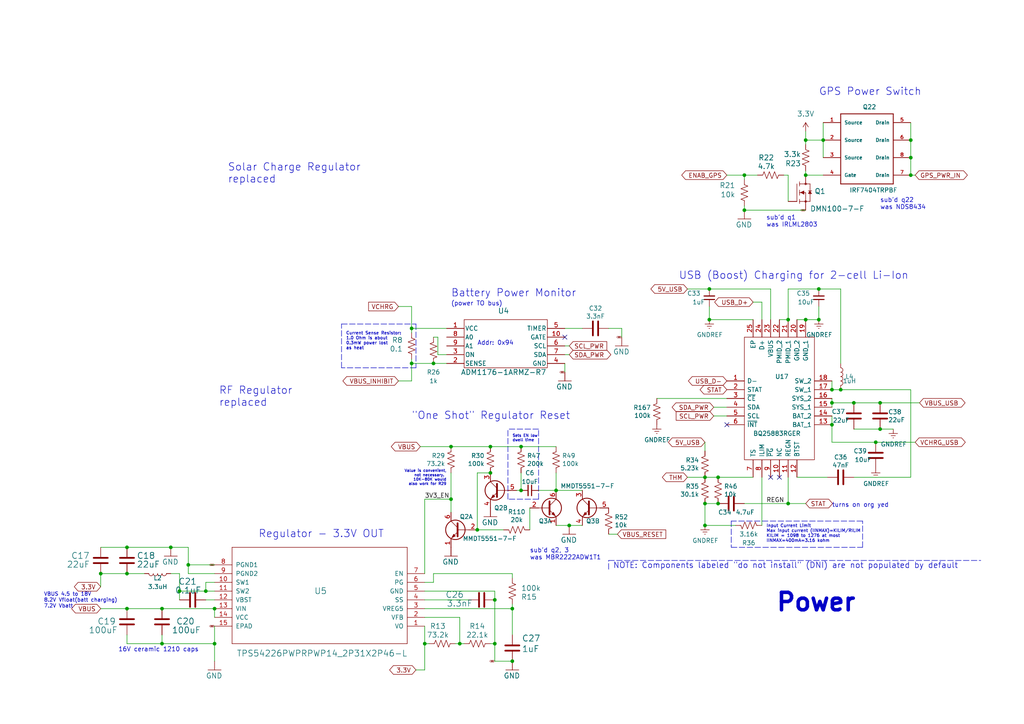
<source format=kicad_sch>
(kicad_sch (version 20211123) (generator eeschema)
  (paper "A4")
  (title_block (title "PyCubed Mainboard") (date "2021-06-09") (rev "v05c") (company "Max Holliday"))
  (lib_symbols
    (symbol "Device:C" (pin_numbers hide) (pin_names (offset 0.254))
      (property "Reference" "C" (at 0.635 2.54 0))
      (property "Value" "C" (at 0.635 -2.54 0))
      (symbol "C_0_1"
        (polyline (pts (xy -2.032 -0.762) (xy 2.032 -0.762)) (stroke (width 0.508)))
        (polyline (pts (xy -2.032 0.762) (xy 2.032 0.762)) (stroke (width 0.508)))
      )
      (symbol "C_1_1"
        (pin passive line (at 0 3.81 270) (length 2.794) (name "~") (number "1"))
        (pin passive line (at 0 -3.81 90) (length 2.794) (name "~") (number "2"))
      )
    )
    (symbol "Device:C_Small" (pin_numbers hide) (pin_names (offset 0.254) hide)
      (property "Reference" "C" (at 0.254 1.778 0))
      (property "Value" "C_Small" (at 0.254 -2.032 0))
      (symbol "C_Small_0_1"
        (polyline (pts (xy -1.524 -0.508) (xy 1.524 -0.508)) (stroke (width 0.3302)))
        (polyline (pts (xy -1.524 0.508) (xy 1.524 0.508)) (stroke (width 0.3048)))
      )
      (symbol "C_Small_1_1"
        (pin passive line (at 0 2.54 270) (length 2.032) (name "~") (number "1"))
        (pin passive line (at 0 -2.54 90) (length 2.032) (name "~") (number "2"))
      )
    )
    (symbol "Device:L" (pin_numbers hide) (pin_names (offset 1.016) hide)
      (property "Reference" "L" (at -1.27 0 90))
      (property "Value" "L" (at 1.905 0 90))
      (symbol "L_0_1"
        (arc (start 0 -2.54) (mid 0.635 -1.905) (end 0 -1.27))
        (arc (start 0 -1.27) (mid 0.635 -0.635) (end 0 0))
        (arc (start 0 0) (mid 0.635 0.635) (end 0 1.27))
        (arc (start 0 1.27) (mid 0.635 1.905) (end 0 2.54))
      )
      (symbol "L_1_1"
        (pin passive line (at 0 3.81 270) (length 1.27) (name "1") (number "1"))
        (pin passive line (at 0 -3.81 90) (length 1.27) (name "2") (number "2"))
      )
    )
    (symbol "Device:R_US" (pin_numbers hide) (pin_names (offset 0))
      (property "Reference" "R" (at 2.54 0 90))
      (property "Value" "R_US" (at -2.54 0 90))
      (symbol "R_US_0_1"
        (polyline (pts (xy 0 -2.286) (xy 0 -2.54)))
        (polyline (pts (xy 0 2.286) (xy 0 2.54)))
        (polyline (pts (xy 0 -0.762) (xy 1.016 -1.143) (xy 0 -1.524) (xy -1.016 -1.905) (xy 0 -2.286)))
        (polyline (pts (xy 0 0.762) (xy 1.016 0.381) (xy 0 0) (xy -1.016 -0.381) (xy 0 -0.762)))
        (polyline (pts (xy 0 2.286) (xy 1.016 1.905) (xy 0 1.524) (xy -1.016 1.143) (xy 0 0.762)))
      )
      (symbol "R_US_1_1"
        (pin passive line (at 0 3.81 270) (length 1.27) (name "~") (number "1"))
        (pin passive line (at 0 -3.81 90) (length 1.27) (name "~") (number "2"))
      )
    )
    (symbol "mainboard-rescue:GNDREF-power-mainboard-rescue" (power) (pin_names (offset 0))
      (property "Value" "GNDREF-power-mainboard-rescue" (at 0 -3.81 0))
      (symbol "GNDREF-power-mainboard-rescue_0_1"
        (polyline (pts (xy -0.635 -1.905) (xy 0.635 -1.905)))
        (polyline (pts (xy -0.127 -2.54) (xy 0.127 -2.54)))
        (polyline (pts (xy 0 -1.27) (xy 0 0)))
        (polyline (pts (xy 1.27 -1.27) (xy -1.27 -1.27)))
      )
      (symbol "GNDREF-power-mainboard-rescue_1_1"
        (pin power_in line (at 0 0 270) (length 0) hide (name "GNDREF") (number "1"))
      )
    )
    (symbol "mainboard-rescue:MBT2222ADW1T1-Transistor_BJT-mainboard-rescue" (pin_names (offset 0) hide)
      (property "Reference" "Q" (at 5.08 1.27 0))
      (property "Value" "MBT2222ADW1T1-Transistor_BJT-mainboard-rescue" (at 5.08 -1.27 0))
      (symbol "MBT2222ADW1T1-Transistor_BJT-mainboard-rescue_0_1"
        (polyline (pts (xy 0.635 0) (xy -2.54 0)))
        (polyline (pts (xy 0.635 0.635) (xy 2.54 2.54)))
        (polyline (pts (xy 0.635 -0.635) (xy 2.54 -2.54) (xy 2.54 -2.54)))
        (polyline (pts (xy 0.635 1.905) (xy 0.635 -1.905) (xy 0.635 -1.905)) (stroke (width 0.508)))
        (polyline (pts (xy 1.27 -1.778) (xy 1.778 -1.27) (xy 2.286 -2.286) (xy 1.27 -1.778) (xy 1.27 -1.778)) (fill (type outline)))
        (circle (center 1.27 0) (radius 2.8194) (stroke (width 0.254)))
      )
      (symbol "MBT2222ADW1T1-Transistor_BJT-mainboard-rescue_1_1"
        (pin passive line (at 2.54 -5.08 90) (length 2.54) (name "E1") (number "1"))
        (pin input line (at -5.08 0 0) (length 2.54) (name "B1") (number "2"))
        (pin passive line (at 2.54 5.08 270) (length 2.54) (name "C1") (number "6"))
      )
      (symbol "MBT2222ADW1T1-Transistor_BJT-mainboard-rescue_2_1"
        (pin passive line (at 2.54 5.08 270) (length 2.54) (name "C2") (number "3"))
        (pin passive line (at 2.54 -5.08 90) (length 2.54) (name "E2") (number "4"))
        (pin input line (at -5.08 0 0) (length 2.54) (name "B2") (number "5"))
      )
    )
    (symbol "mainboard:3.3V" (power) (pin_names (offset 1.016))
      (property "Value" "3.3V" (at -1.016 3.556 0))
      (symbol "3.3V_1_0"
        (polyline (pts (xy 0 2.54) (xy -0.762 1.27)))
        (polyline (pts (xy 0.762 1.27) (xy 0 2.54)))
        (pin power_in line (at 0 0 90) (length 2.54) (name "3.3V") (number "1"))
      )
    )
    (symbol "mainboard:ADM1176-1ARMZ-R7" (pin_names (offset 0.254))
      (property "Reference" "U?" (at 19.05 -10.16 0))
      (property "Value" "ADM1176-1ARMZ-R7" (at 20.32 -26.67 0))
      (symbol "ADM1176-1ARMZ-R7_0_1"
        (rectangle (start 7.62 -11.43) (end 31.75 -25.4))
      )
      (symbol "ADM1176-1ARMZ-R7_1_0"
        (pin unspecified line (at 2.54 -13.97 0) (length 5.08) (name "VCC") (number "1"))
        (pin unspecified line (at 36.83 -16.51 180) (length 5.08) (name "GATE") (number "10"))
        (pin unspecified line (at 2.54 -24.13 0) (length 5.08) (name "SENSE") (number "2"))
        (pin unspecified line (at 2.54 -21.59 0) (length 5.08) (name "ON") (number "3"))
        (pin unspecified line (at 36.83 -24.13 180) (length 5.08) (name "GND") (number "4"))
        (pin unspecified line (at 36.83 -13.97 180) (length 5.08) (name "TIMER") (number "5"))
        (pin unspecified line (at 36.83 -19.05 180) (length 5.08) (name "SCL") (number "6"))
        (pin unspecified line (at 36.83 -21.59 180) (length 5.08) (name "SDA") (number "7"))
        (pin unspecified line (at 2.54 -16.51 0) (length 5.08) (name "A0") (number "8"))
        (pin unspecified line (at 2.54 -19.05 0) (length 5.08) (name "A1") (number "9"))
      )
    )
    (symbol "mainboard:BQ25883RGER" (pin_names (offset 0.762))
      (property "Reference" "IC" (at 26.67 17.78 0))
      (property "Value" "BQ25883RGER" (at 26.67 15.24 0))
      (symbol "BQ25883RGER_0_0"
        (pin bidirectional line (at 0 0 0) (length 5.08) (name "D-") (number "1"))
        (pin bidirectional line (at 15.24 -27.94 90) (length 5.08) (name "NC") (number "10"))
        (pin bidirectional line (at 17.78 -27.94 90) (length 5.08) (name "REGN") (number "11"))
        (pin bidirectional line (at 20.32 -27.94 90) (length 5.08) (name "BTST") (number "12"))
        (pin bidirectional line (at 30.48 -12.7 180) (length 5.08) (name "BAT_1") (number "13"))
        (pin bidirectional line (at 30.48 -10.16 180) (length 5.08) (name "BAT_2") (number "14"))
        (pin bidirectional line (at 30.48 -7.62 180) (length 5.08) (name "SYS_1") (number "15"))
        (pin bidirectional line (at 30.48 -5.08 180) (length 5.08) (name "SYS_2") (number "16"))
        (pin bidirectional line (at 30.48 -2.54 180) (length 5.08) (name "SW_1") (number "17"))
        (pin bidirectional line (at 30.48 0 180) (length 5.08) (name "SW_2") (number "18"))
        (pin bidirectional line (at 22.86 17.78 270) (length 5.08) (name "GND_1") (number "19"))
        (pin bidirectional line (at 0 -2.54 0) (length 5.08) (name "STAT") (number "2"))
        (pin bidirectional line (at 20.32 17.78 270) (length 5.08) (name "GND_2") (number "20"))
        (pin bidirectional line (at 17.78 17.78 270) (length 5.08) (name "PMID_1") (number "21"))
        (pin bidirectional line (at 15.24 17.78 270) (length 5.08) (name "PMID_2") (number "22"))
        (pin bidirectional line (at 12.7 17.78 270) (length 5.08) (name "VBUS") (number "23"))
        (pin bidirectional line (at 10.16 17.78 270) (length 5.08) (name "D+") (number "24"))
        (pin bidirectional line (at 7.62 17.78 270) (length 5.08) (name "EP") (number "25"))
        (pin bidirectional line (at 0 -5.08 0) (length 5.08) (name "~{CE}") (number "3"))
        (pin bidirectional line (at 0 -7.62 0) (length 5.08) (name "SDA") (number "4"))
        (pin bidirectional line (at 0 -10.16 0) (length 5.08) (name "SCL") (number "5"))
        (pin bidirectional line (at 0 -12.7 0) (length 5.08) (name "~{INT}") (number "6"))
        (pin bidirectional line (at 7.62 -27.94 90) (length 5.08) (name "TS") (number "7"))
        (pin bidirectional line (at 10.16 -27.94 90) (length 5.08) (name "ILIM") (number "8"))
        (pin bidirectional line (at 12.7 -27.94 90) (length 5.08) (name "~{PG}") (number "9"))
      )
      (symbol "BQ25883RGER_0_1"
        (polyline (pts (xy 5.08 12.7) (xy 25.4 12.7) (xy 25.4 -22.86) (xy 5.08 -22.86) (xy 5.08 12.7)) (stroke (width 0.1524)))
      )
    )
    (symbol "mainboard:GND" (power) (pin_names (offset 1.016))
      (property "Value" "GND" (at -2.54 -2.54 0))
      (symbol "GND_1_0"
        (polyline (pts (xy -1.905 0) (xy 1.905 0)))
        (pin power_in line (at 0 2.54 270) (length 2.54) (name "GND") (number "1"))
      )
    )
    (symbol "mainboard:IRLML2803TRPBF" (pin_names (offset 1.016))
      (property "Reference" "Q" (at -11.43 1.27 0))
      (property "Value" "IRLML2803TRPBF" (at -11.43 3.81 0))
      (symbol "IRLML2803TRPBF_1_0"
        (polyline (pts (xy 0 2.54) (xy 0 -2.54)))
        (polyline (pts (xy 0.762 -2.54) (xy 0.762 -3.175)))
        (polyline (pts (xy 0.762 -1.905) (xy 0.762 -2.54)))
        (polyline (pts (xy 0.762 0) (xy 0.762 -0.762)))
        (polyline (pts (xy 0.762 0) (xy 2.54 0)))
        (polyline (pts (xy 0.762 0.762) (xy 0.762 0)))
        (polyline (pts (xy 0.762 2.54) (xy 0.762 1.905)))
        (polyline (pts (xy 0.762 2.54) (xy 3.81 2.54)))
        (polyline (pts (xy 0.762 3.175) (xy 0.762 2.54)))
        (polyline (pts (xy 2.54 -2.54) (xy 0.762 -2.54)))
        (polyline (pts (xy 2.54 -2.54) (xy 3.81 -2.54)))
        (polyline (pts (xy 2.54 0) (xy 2.54 -2.54)))
        (polyline (pts (xy 3.302 0.508) (xy 3.81 0.508)))
        (polyline (pts (xy 3.81 -0.508) (xy 3.81 -2.54)))
        (polyline (pts (xy 3.81 0.508) (xy 3.81 -0.508)))
        (polyline (pts (xy 3.81 0.508) (xy 4.318 0.508)))
        (polyline (pts (xy 3.81 2.54) (xy 3.81 0.508)))
        (polyline (pts (xy 1.016 0) (xy 2.032 0.508) (xy 2.032 -0.508)) (fill (type outline)))
        (polyline (pts (xy 3.81 0.508) (xy 3.302 -0.254) (xy 4.318 -0.254)) (fill (type outline)))
        (circle (center 2.54 -2.54) (radius 0.254))
        (circle (center 2.54 2.54) (radius 0.254))
        (pin passive line (at -2.54 -2.54 0) (length 2.54) (name "G") (number "1"))
        (pin passive line (at 2.54 -5.08 90) (length 2.54) (name "S") (number "2"))
        (pin passive line (at 2.54 5.08 270) (length 2.54) (name "D") (number "3"))
      )
    )
    (symbol "mainboard:NDS8434" (pin_names (offset 1.016))
      (symbol "NDS8434_0_0"
        (polyline (pts (xy -7.62 -10.16) (xy -7.62 10.16)) (stroke (width 0.254)))
        (polyline (pts (xy -7.62 10.16) (xy 7.62 10.16)) (stroke (width 0.254)))
        (polyline (pts (xy 7.62 -10.16) (xy -7.62 -10.16)) (stroke (width 0.254)))
        (polyline (pts (xy 7.62 10.16) (xy 7.62 -10.16)) (stroke (width 0.254)))
        (pin bidirectional line (at -12.7 7.62 0) (length 5.08) (name "Source") (number "1"))
        (pin bidirectional line (at -12.7 2.54 0) (length 5.08) (name "Source") (number "2"))
        (pin bidirectional line (at -12.7 -2.54 0) (length 5.08) (name "Source") (number "3"))
        (pin bidirectional line (at -12.7 -7.62 0) (length 5.08) (name "Gate") (number "4"))
        (pin bidirectional line (at 12.7 7.62 180) (length 5.08) (name "Drain") (number "5"))
        (pin bidirectional line (at 12.7 2.54 180) (length 5.08) (name "Drain") (number "6"))
        (pin bidirectional line (at 12.7 -7.62 180) (length 5.08) (name "Drain") (number "7"))
        (pin bidirectional line (at 12.7 -2.54 180) (length 5.08) (name "Drain") (number "8"))
      )
    )
    (symbol "mainboard:TPS54226PWPRPWP14_2P31X2P46-L" (pin_names (offset 1.016))
      (property "Reference" "U" (at 28.2956 9.1186 0))
      (property "Value" "TPS54226PWPRPWP14_2P31X2P46-L" (at 27.6606 6.5786 0))
      (symbol "TPS54226PWPRPWP14_2P31X2P46-L_1_0"
        (polyline (pts (xy 7.62 -22.86) (xy 58.42 -22.86)))
        (polyline (pts (xy 7.62 5.08) (xy 7.62 -22.86)))
        (polyline (pts (xy 58.42 -22.86) (xy 58.42 5.08)))
        (polyline (pts (xy 58.42 5.08) (xy 7.62 5.08)))
        (pin output line (at 2.54 0 0) (length 5.08) (name "VO") (number "1"))
        (pin passive line (at 63.5 -12.7 180) (length 5.08) (name "SW1") (number "10"))
        (pin passive line (at 63.5 -10.16 180) (length 5.08) (name "SW2") (number "11"))
        (pin input line (at 63.5 -7.62 180) (length 5.08) (name "VBST") (number "12"))
        (pin input line (at 63.5 -5.08 180) (length 5.08) (name "VIN") (number "13"))
        (pin input line (at 63.5 -2.54 180) (length 5.08) (name "VCC") (number "14"))
        (pin passive line (at 63.5 0 180) (length 5.08) (name "EPAD") (number "15"))
        (pin input line (at 2.54 -2.54 0) (length 5.08) (name "VFB") (number "2"))
        (pin output line (at 2.54 -5.08 0) (length 5.08) (name "VREG5") (number "3"))
        (pin passive line (at 2.54 -7.62 0) (length 5.08) (name "SS") (number "4"))
        (pin power_in line (at 2.54 -10.16 0) (length 5.08) (name "GND") (number "5"))
        (pin output line (at 2.54 -12.7 0) (length 5.08) (name "PG") (number "6"))
        (pin input line (at 2.54 -15.24 0) (length 5.08) (name "EN") (number "7"))
        (pin power_in line (at 63.5 -17.78 180) (length 5.08) (name "PGND1") (number "8"))
        (pin power_in line (at 63.5 -15.24 180) (length 5.08) (name "PGND2") (number "9"))
      )
    )
  )
  (junction (at 247.65 116.84))
  (junction (at 215.9 50.8))
  (junction (at 254 128.27))
  (junction (at 237.49 83.82))
  (junction (at 205.74 92.71))
  (junction (at 208.28 146.05))
  (junction (at 36.83 166.37))
  (junction (at 62.23 186.69))
  (junction (at 165.1 152.4))
  (junction (at 238.76 40.64))
  (junction (at 204.47 146.05))
  (junction (at 59.69 171.45))
  (junction (at 151.13 129.54))
  (junction (at 143.51 173.99))
  (junction (at 119.38 105.41))
  (junction (at 46.99 176.53))
  (junction (at 204.47 138.43))
  (junction (at 208.28 138.43))
  (junction (at 52.07 171.45))
  (junction (at 143.51 186.69))
  (junction (at 205.74 83.82))
  (junction (at 46.99 186.69))
  (junction (at 133.35 186.69))
  (junction (at 233.68 50.8))
  (junction (at 151.13 142.24))
  (junction (at 54.61 163.83))
  (junction (at 233.68 92.71))
  (junction (at 148.59 176.53))
  (junction (at 119.38 95.25))
  (junction (at 204.47 152.4))
  (junction (at 233.68 40.64))
  (junction (at 148.59 191.77))
  (junction (at 142.24 129.54))
  (junction (at 241.3 113.03))
  (junction (at 241.3 123.19))
  (junction (at 215.9 60.96))
  (junction (at 29.21 166.37))
  (junction (at 62.23 176.53))
  (junction (at 130.81 144.78))
  (junction (at 130.81 129.54))
  (junction (at 255.27 116.84))
  (junction (at 161.29 142.24))
  (junction (at 36.83 176.53))
  (junction (at 138.43 153.67))
  (junction (at 243.84 113.03))
  (junction (at 125.73 105.41))
  (junction (at 255.27 124.46))
  (junction (at 264.16 50.8))
  (junction (at 264.16 40.64))
  (junction (at 36.83 158.75))
  (junction (at 142.24 137.16))
  (junction (at 237.49 92.71))
  (junction (at 123.19 186.69))
  (junction (at 228.6 146.05))
  (junction (at 264.16 45.72))
  (junction (at 49.53 158.75))
  (junction (at 228.6 92.71))
  (junction (at 241.3 116.84))
  (no_connect (at 210.82 123.19))
  (no_connect (at 163.83 97.79))
  (no_connect (at 223.52 138.43))
  (no_connect (at 226.06 138.43))
  (wire (pts (xy 54.61 166.37) (xy 62.23 166.37)))
  (wire (pts (xy 62.23 168.91) (xy 59.69 168.91)))
  (polyline (pts (xy 99.06 93.98) (xy 120.65 93.98)))
  (wire (pts (xy 138.43 137.16) (xy 142.24 137.16)))
  (wire (pts (xy 29.21 170.18) (xy 29.21 166.37)))
  (wire (pts (xy 264.16 50.8) (xy 265.43 50.8)))
  (wire (pts (xy 132.08 186.69) (xy 133.35 186.69)))
  (polyline (pts (xy 120.65 93.98) (xy 120.65 106.68)))
  (wire (pts (xy 36.83 158.75) (xy 49.53 158.75)))
  (wire (pts (xy 46.99 186.69) (xy 46.99 184.15)))
  (wire (pts (xy 264.16 35.56) (xy 264.16 40.64)))
  (wire (pts (xy 119.38 95.25) (xy 129.54 95.25)))
  (wire (pts (xy 148.59 166.37) (xy 125.73 166.37)))
  (wire (pts (xy 231.14 92.71) (xy 233.68 92.71)))
  (wire (pts (xy 210.82 50.8) (xy 215.9 50.8)))
  (wire (pts (xy 36.83 176.53) (xy 29.21 176.53)))
  (wire (pts (xy 254 128.27) (xy 265.43 128.27)))
  (wire (pts (xy 148.59 175.26) (xy 148.59 176.53)))
  (wire (pts (xy 142.24 186.69) (xy 143.51 186.69)))
  (wire (pts (xy 130.81 144.78) (xy 130.81 148.59)))
  (polyline (pts (xy 156.21 144.78) (xy 156.21 124.46)))
  (wire (pts (xy 264.16 45.72) (xy 264.16 50.8)))
  (wire (pts (xy 205.74 88.9) (xy 205.74 92.71)))
  (wire (pts (xy 123.19 181.61) (xy 123.19 186.69)))
  (wire (pts (xy 143.51 173.99) (xy 143.51 186.69)))
  (wire (pts (xy 233.68 40.64) (xy 233.68 38.1)))
  (wire (pts (xy 208.28 138.43) (xy 204.47 138.43)))
  (wire (pts (xy 179.07 154.94) (xy 176.53 154.94)))
  (wire (pts (xy 243.84 83.82) (xy 237.49 83.82)))
  (wire (pts (xy 133.35 179.07) (xy 133.35 186.69)))
  (wire (pts (xy 215.9 146.05) (xy 228.6 146.05)))
  (wire (pts (xy 52.07 171.45) (xy 52.07 166.37)))
  (wire (pts (xy 36.83 186.69) (xy 36.83 184.15)))
  (wire (pts (xy 163.83 107.95) (xy 163.83 105.41)))
  (wire (pts (xy 233.68 92.71) (xy 237.49 92.71)))
  (wire (pts (xy 168.91 152.4) (xy 165.1 152.4)))
  (wire (pts (xy 165.1 152.4) (xy 161.29 152.4)))
  (wire (pts (xy 62.23 181.61) (xy 62.23 186.69)))
  (wire (pts (xy 210.82 118.11) (xy 207.01 118.11)))
  (wire (pts (xy 46.99 176.53) (xy 62.23 176.53)))
  (wire (pts (xy 133.35 186.69) (xy 134.62 186.69)))
  (wire (pts (xy 228.6 146.05) (xy 233.68 146.05)))
  (wire (pts (xy 153.67 153.67) (xy 153.67 147.32)))
  (wire (pts (xy 146.05 153.67) (xy 138.43 153.67)))
  (wire (pts (xy 125.73 168.91) (xy 123.19 168.91)))
  (wire (pts (xy 123.19 186.69) (xy 124.46 186.69)))
  (polyline (pts (xy 176.53 165.1) (xy 176.53 162.56)))
  (wire (pts (xy 247.65 124.46) (xy 255.27 124.46)))
  (wire (pts (xy 123.19 179.07) (xy 133.35 179.07)))
  (wire (pts (xy 255.27 124.46) (xy 259.08 124.46)))
  (wire (pts (xy 161.29 137.16) (xy 161.29 142.24)))
  (wire (pts (xy 241.3 120.65) (xy 241.3 123.19)))
  (wire (pts (xy 204.47 152.4) (xy 213.36 152.4)))
  (wire (pts (xy 204.47 146.05) (xy 204.47 152.4)))
  (wire (pts (xy 264.16 40.64) (xy 264.16 45.72)))
  (wire (pts (xy 168.91 142.24) (xy 161.29 142.24)))
  (wire (pts (xy 215.9 59.69) (xy 215.9 60.96)))
  (wire (pts (xy 226.06 92.71) (xy 228.6 92.71)))
  (wire (pts (xy 127 97.79) (xy 125.73 97.79)))
  (wire (pts (xy 228.6 138.43) (xy 228.6 146.05)))
  (wire (pts (xy 176.53 95.25) (xy 180.34 95.25)))
  (wire (pts (xy 237.49 88.9) (xy 237.49 92.71)))
  (wire (pts (xy 247.65 138.43) (xy 264.16 138.43)))
  (wire (pts (xy 247.65 116.84) (xy 255.27 116.84)))
  (wire (pts (xy 46.99 186.69) (xy 62.23 186.69)))
  (polyline (pts (xy 99.06 106.68) (xy 99.06 93.98)))
  (wire (pts (xy 148.59 166.37) (xy 148.59 167.64)))
  (wire (pts (xy 247.65 116.84) (xy 241.3 116.84)))
  (wire (pts (xy 233.68 49.53) (xy 233.68 50.8)))
  (wire (pts (xy 36.83 186.69) (xy 46.99 186.69)))
  (polyline (pts (xy 147.32 144.78) (xy 147.32 124.46)))
  (wire (pts (xy 62.23 163.83) (xy 54.61 163.83)))
  (wire (pts (xy 205.74 92.71) (xy 218.44 92.71)))
  (wire (pts (xy 241.3 113.03) (xy 243.84 113.03)))
  (wire (pts (xy 243.84 113.03) (xy 264.16 113.03)))
  (wire (pts (xy 238.76 40.64) (xy 238.76 35.56)))
  (wire (pts (xy 220.98 152.4) (xy 220.98 138.43)))
  (wire (pts (xy 254 128.27) (xy 241.3 128.27)))
  (wire (pts (xy 123.19 176.53) (xy 148.59 176.53)))
  (wire (pts (xy 233.68 60.96) (xy 215.9 60.96)))
  (wire (pts (xy 130.81 137.16) (xy 130.81 144.78)))
  (wire (pts (xy 119.38 104.14) (xy 119.38 105.41)))
  (wire (pts (xy 125.73 166.37) (xy 125.73 168.91)))
  (wire (pts (xy 119.38 95.25) (xy 119.38 96.52)))
  (wire (pts (xy 227.33 50.8) (xy 228.6 50.8)))
  (wire (pts (xy 119.38 95.25) (xy 119.38 88.9)))
  (wire (pts (xy 223.52 92.71) (xy 223.52 83.82)))
  (wire (pts (xy 241.3 115.57) (xy 241.3 116.84)))
  (wire (pts (xy 149.86 142.24) (xy 151.13 142.24)))
  (wire (pts (xy 119.38 105.41) (xy 125.73 105.41)))
  (wire (pts (xy 165.1 100.33) (xy 163.83 100.33)))
  (wire (pts (xy 241.3 128.27) (xy 241.3 123.19)))
  (wire (pts (xy 115.57 110.49) (xy 119.38 110.49)))
  (wire (pts (xy 123.19 186.69) (xy 123.19 194.31)))
  (wire (pts (xy 123.19 166.37) (xy 123.19 144.78)))
  (wire (pts (xy 62.23 173.99) (xy 59.69 173.99)))
  (polyline (pts (xy 176.53 162.56) (xy 284.48 162.56)))
  (wire (pts (xy 138.43 153.67) (xy 138.43 137.16)))
  (wire (pts (xy 143.51 171.45) (xy 143.51 173.99)))
  (wire (pts (xy 127 102.87) (xy 129.54 102.87)))
  (wire (pts (xy 238.76 45.72) (xy 238.76 40.64)))
  (wire (pts (xy 59.69 171.45) (xy 59.69 168.91)))
  (wire (pts (xy 218.44 138.43) (xy 208.28 138.43)))
  (wire (pts (xy 228.6 83.82) (xy 228.6 92.71)))
  (wire (pts (xy 127 102.87) (xy 127 97.79)))
  (wire (pts (xy 190.5 115.57) (xy 210.82 115.57)))
  (wire (pts (xy 130.81 129.54) (xy 142.24 129.54)))
  (wire (pts (xy 54.61 163.83) (xy 54.61 166.37)))
  (wire (pts (xy 49.53 158.75) (xy 54.61 158.75)))
  (wire (pts (xy 125.73 105.41) (xy 129.54 105.41)))
  (polyline (pts (xy 120.65 106.68) (xy 99.06 106.68)))
  (polyline (pts (xy 212.09 151.13) (xy 212.09 158.75)))
  (wire (pts (xy 237.49 83.82) (xy 228.6 83.82)))
  (wire (pts (xy 29.21 166.37) (xy 36.83 166.37)))
  (wire (pts (xy 151.13 129.54) (xy 161.29 129.54)))
  (wire (pts (xy 255.27 116.84) (xy 266.7 116.84)))
  (wire (pts (xy 233.68 40.64) (xy 233.68 41.91)))
  (polyline (pts (xy 250.19 151.13) (xy 212.09 151.13)))
  (wire (pts (xy 62.23 179.07) (xy 62.23 176.53)))
  (wire (pts (xy 121.92 129.54) (xy 130.81 129.54)))
  (wire (pts (xy 123.19 144.78) (xy 130.81 144.78)))
  (polyline (pts (xy 250.19 158.75) (xy 250.19 151.13)))
  (wire (pts (xy 241.3 110.49) (xy 241.3 113.03)))
  (wire (pts (xy 143.51 191.77) (xy 148.59 191.77)))
  (wire (pts (xy 205.74 83.82) (xy 199.39 83.82)))
  (wire (pts (xy 142.24 129.54) (xy 151.13 129.54)))
  (wire (pts (xy 52.07 173.99) (xy 52.07 171.45)))
  (wire (pts (xy 210.82 120.65) (xy 207.01 120.65)))
  (wire (pts (xy 151.13 137.16) (xy 151.13 142.24)))
  (wire (pts (xy 156.21 142.24) (xy 161.29 142.24)))
  (wire (pts (xy 228.6 58.42) (xy 228.6 50.8)))
  (wire (pts (xy 36.83 166.37) (xy 41.91 166.37)))
  (wire (pts (xy 204.47 128.27) (xy 204.47 130.81)))
  (wire (pts (xy 243.84 105.41) (xy 243.84 83.82)))
  (wire (pts (xy 62.23 171.45) (xy 59.69 171.45)))
  (wire (pts (xy 208.28 146.05) (xy 204.47 146.05)))
  (wire (pts (xy 168.91 95.25) (xy 163.83 95.25)))
  (wire (pts (xy 215.9 50.8) (xy 215.9 52.07)))
  (wire (pts (xy 231.14 138.43) (xy 240.03 138.43)))
  (wire (pts (xy 62.23 186.69) (xy 62.23 191.77)))
  (wire (pts (xy 223.52 83.82) (xy 205.74 83.82)))
  (wire (pts (xy 29.21 158.75) (xy 36.83 158.75)))
  (polyline (pts (xy 156.21 124.46) (xy 147.32 124.46)))
  (wire (pts (xy 148.59 176.53) (xy 148.59 184.15)))
  (wire (pts (xy 123.19 194.31) (xy 120.65 194.31)))
  (wire (pts (xy 143.51 186.69) (xy 143.51 191.77)))
  (wire (pts (xy 119.38 105.41) (xy 119.38 110.49)))
  (wire (pts (xy 115.57 88.9) (xy 119.38 88.9)))
  (wire (pts (xy 241.3 116.84) (xy 241.3 118.11)))
  (wire (pts (xy 238.76 50.8) (xy 233.68 50.8)))
  (wire (pts (xy 36.83 176.53) (xy 46.99 176.53)))
  (wire (pts (xy 218.44 87.63) (xy 220.98 87.63)))
  (wire (pts (xy 264.16 113.03) (xy 264.16 138.43)))
  (wire (pts (xy 123.19 173.99) (xy 135.89 173.99)))
  (wire (pts (xy 180.34 97.79) (xy 180.34 95.25)))
  (wire (pts (xy 165.1 102.87) (xy 163.83 102.87)))
  (wire (pts (xy 220.98 87.63) (xy 220.98 92.71)))
  (wire (pts (xy 54.61 158.75) (xy 54.61 163.83)))
  (polyline (pts (xy 156.21 144.78) (xy 147.32 144.78)))
  (wire (pts (xy 204.47 138.43) (xy 199.39 138.43)))
  (wire (pts (xy 59.69 171.45) (xy 52.07 171.45)))
  (wire (pts (xy 238.76 40.64) (xy 233.68 40.64)))
  (wire (pts (xy 215.9 50.8) (xy 219.71 50.8)))
  (wire (pts (xy 123.19 171.45) (xy 143.51 171.45)))
  (polyline (pts (xy 212.09 158.75) (xy 250.19 158.75)))
  (wire (pts (xy 49.53 166.37) (xy 52.07 166.37)))
  (text "(power TO bus)" (at 130.81 88.9 0) (effects (font (size 1.27 1.27)) (justify left bottom)))
  (text "Value is convenient,\nnot necessary. \n10K-80K would\nalso work for R29" (at 129.54 140.97 0) (effects (font (size 0.7874 0.7874)) (justify right bottom)))
  (text "Input Current Limit\nMax input current (IINMAX)=KILIM/RILIM\nKILIM = 1098 to 1276 at most\nIINMAX=400mA=3.16 kohm" (at 222.25 157.48 0) (effects (font (size 0.889 0.889)) (justify left bottom)))
  (text "USB (Boost) Charging for 2-cell Li-Ion" (at 196.85 81.28 0) (effects (font (size 2.159 2.159)) (justify left bottom)))
  (text "Battery Power Monitor" (at 130.81 86.36 0) (effects (font (size 2.159 2.159)) (justify left bottom)))
  (text "Addr: 0x94" (at 138.43 100.33 0) (effects (font (size 1.27 1.27)) (justify left bottom)))
  (text "sub'd q2, 3\nwas MBR2222ADW1T1" (at 153.67 162.56 0) (effects (font (size 1.27 1.27)) (justify left bottom)))
  (text "\"One Shot\" Regulator Reset" (at 119.38 121.92 0) (effects (font (size 2.159 2.159)) (justify left bottom)))
  (text "GPS Power Switch" (at 237.49 27.94 0) (effects (font (size 2.159 2.159)) (justify left bottom)))
  (text "sub'd q22\nwas NDS8434\n" (at 255.27 60.96 0) (effects (font (size 1.27 1.27)) (justify left bottom)))
  (text "Power" (at 224.79 177.8 0) (effects (font (size 5.08 5.08) (thickness 1.016) bold) (justify left bottom)))
  (text "16V ceramic 1210 caps" (at 34.29 189.23 0) (effects (font (size 1.27 1.27)) (justify left bottom)))
  (text "Sets EN low\ndwell time" (at 148.59 128.27 0) (effects (font (size 0.7874 0.7874)) (justify left bottom)))
  (text "turns on org yed" (at 241.3 147.32 0) (effects (font (size 1.27 1.27)) (justify left bottom)))
  (text "sub'd q1\nwas IRLML2803" (at 222.25 66.04 0) (effects (font (size 1.27 1.27)) (justify left bottom)))
  (text "NOTE: Components labeled \"do not install\" (DNI) are not populated by default" (at 177.8 165.1 0) (effects (font (size 1.651 1.651)) (justify left bottom)))
  (text "Current Sense Resistor:\n1.0 Ohm is about \n0.3mW power lost\nas heat" (at 100.33 101.6 0) (effects (font (size 0.889 0.889)) (justify left bottom)))
  (text "VBUS 4.5 to 18V\n8.2V Vfloat(batt charging)\n7.2V Vbatt" (at 12.7 176.53 0) (effects (font (size 1.0668 1.0668)) (justify left bottom)))
  (text "Regulator - 3.3V OUT" (at 74.93 156.21 0) (effects (font (size 2.159 2.159)) (justify left bottom)))
  (text "Solar Charge Regulator\nreplaced" (at 66.04 53.34 0) (effects (font (size 2.159 2.159)) (justify left bottom)))
  (text "RF Regulator\nreplaced" (at 63.5 118.11 0) (effects (font (size 2.159 2.159)) (justify left bottom)))
  (label "3V3_EN" (at 123.19 144.78 0))
  (label "REGN" (at 222.25 146.05 0))
  (global_label "GPS_PWR_IN" (shape bidirectional) (at 265.43 50.8 0) (property "Intersheet References" "${INTERSHEET_REFS}" (effects hide)))
  (global_label "5V_USB" (shape bidirectional) (at 204.47 128.27 180) (property "Intersheet References" "${INTERSHEET_REFS}" (effects hide)))
  (global_label "STAT" (shape bidirectional) (at 210.82 113.03 180) (property "Intersheet References" "${INTERSHEET_REFS}" (effects hide)))
  (global_label "VCHRG_USB" (shape bidirectional) (at 265.43 128.27 0) (property "Intersheet References" "${INTERSHEET_REFS}" (effects hide)))
  (global_label "3.3V" (shape bidirectional) (at 120.65 194.31 180) (property "Intersheet References" "${INTERSHEET_REFS}" (effects hide)))
  (global_label "SDA_PWR" (shape bidirectional) (at 207.01 118.11 180) (property "Intersheet References" "${INTERSHEET_REFS}" (effects hide)))
  (global_label "VBUS_INHIBIT" (shape bidirectional) (at 115.57 110.49 180) (property "Intersheet References" "${INTERSHEET_REFS}" (effects hide)))
  (global_label "USB_D-" (shape bidirectional) (at 210.82 110.49 180) (property "Intersheet References" "${INTERSHEET_REFS}" (effects hide)))
  (global_label "VBUS_USB" (shape bidirectional) (at 266.7 116.84 0) (property "Intersheet References" "${INTERSHEET_REFS}" (effects hide)))
  (global_label "SCL_PWR" (shape input) (at 207.01 120.65 180) (property "Intersheet References" "${INTERSHEET_REFS}" (effects hide)))
  (global_label "GND" (shape bidirectional) (at 180.34 97.79 180) (effects (font (size 0.254 0.254))) (property "Intersheet References" "${INTERSHEET_REFS}" (effects hide)))
  (global_label "3.3V" (shape bidirectional) (at 29.21 170.18 180) (property "Intersheet References" "${INTERSHEET_REFS}" (effects hide)))
  (global_label "SDA_PWR" (shape bidirectional) (at 165.1 102.87 0) (property "Intersheet References" "${INTERSHEET_REFS}" (effects hide)))
  (global_label "VBUS" (shape bidirectional) (at 121.92 129.54 180) (property "Intersheet References" "${INTERSHEET_REFS}" (effects hide)))
  (global_label "SCL_PWR" (shape input) (at 165.1 100.33 0) (property "Intersheet References" "${INTERSHEET_REFS}" (effects hide)))
  (global_label "USB_D+" (shape bidirectional) (at 218.44 87.63 180) (property "Intersheet References" "${INTERSHEET_REFS}" (effects hide)))
  (global_label "GND" (shape bidirectional) (at 163.83 107.95 180) (effects (font (size 0.254 0.254))) (property "Intersheet References" "${INTERSHEET_REFS}" (effects hide)))
  (global_label "GND" (shape bidirectional) (at 233.68 60.96 180) (effects (font (size 0.254 0.254))) (property "Intersheet References" "${INTERSHEET_REFS}" (effects hide)))
  (global_label "5V_USB" (shape bidirectional) (at 199.39 83.82 180) (property "Intersheet References" "${INTERSHEET_REFS}" (effects hide)))
  (global_label "VBUS_RESET" (shape input) (at 179.07 154.94 0) (property "Intersheet References" "${INTERSHEET_REFS}" (effects hide)))
  (global_label "GND" (shape bidirectional) (at 62.23 163.83 180) (effects (font (size 0.254 0.254))) (property "Intersheet References" "${INTERSHEET_REFS}" (effects hide)))
  (global_label "VCHRG" (shape input) (at 115.57 88.9 180) (property "Intersheet References" "${INTERSHEET_REFS}" (effects hide)))
  (global_label "STAT" (shape bidirectional) (at 233.68 146.05 0) (property "Intersheet References" "${INTERSHEET_REFS}" (effects hide)))
  (global_label "GND" (shape bidirectional) (at 143.51 191.77 180) (effects (font (size 0.254 0.254))) (property "Intersheet References" "${INTERSHEET_REFS}" (effects hide)))
  (global_label "GND" (shape bidirectional) (at 62.23 181.61 180) (effects (font (size 0.254 0.254))) (property "Intersheet References" "${INTERSHEET_REFS}" (effects hide)))
  (global_label "VBUS" (shape bidirectional) (at 29.21 176.53 180) (property "Intersheet References" "${INTERSHEET_REFS}" (effects hide)))
  (global_label "ENAB_GPS" (shape bidirectional) (at 210.82 50.8 180) (property "Intersheet References" "${INTERSHEET_REFS}" (effects hide)))
  (global_label "THM" (shape bidirectional) (at 199.39 138.43 180) (property "Intersheet References" "${INTERSHEET_REFS}" (effects hide)))
  (symbol (lib_id "Device:C") (at 55.88 173.99 90) (unit 1)
    (property "Reference" "C21" (at 57.15 167.64 90) (effects (font (size 1.778 1.778)) (justify left bottom)))
    (property "Value" "0.1uF" (at 58.42 170.18 90) (effects (font (size 1.778 1.778)) (justify left bottom)))
    (property "Footprint" "Capacitor_SMD:C_0603_1608Metric" (effects hide))
  )
  (symbol (lib_id "Device:R_US") (at 138.43 186.69 270) (unit 1)
    (property "Reference" "R14" (at 138.43 181.61 90) (effects (font (size 1.4986 1.4986))))
    (property "Value" "22.1k" (at 138.43 184.15 90) (effects (font (size 1.4986 1.4986))))
    (property "Footprint" "Resistor_SMD:R_0603_1608Metric" (effects hide))
  )
  (symbol (lib_id "Device:R_US") (at 119.38 100.33 180) (unit 1)
    (property "Reference" "R8" (at 116.84 97.79 0) (effects (font (size 1.4986 1.4986)) (justify left bottom)))
    (property "Value" "0.1" (at 116.84 100.33 0) (effects (font (size 1.4986 1.4986)) (justify left bottom)))
    (property "Footprint" "Resistor_SMD:R_2512_6332Metric" (effects hide))
  )
  (symbol (lib_id "mainboard:3.3V") (at 233.68 38.1 0) (unit 1)
    (property "Reference" "#SUPPLY06" (effects hide))
    (property "Value" "3.3V" (at 233.68 33.02 0) (effects (font (size 1.4986 1.4986))))
  )
  (symbol (lib_id "mainboard:IRLML2803TRPBF") (at 231.14 55.88 0) (unit 1)
    (property "Reference" "Q1" (at 236.22 54.61 0) (effects (font (size 1.4986 1.4986)) (justify left top)))
    (property "Value" "DMN100-7-F" (at 234.95 59.69 0) (effects (font (size 1.4986 1.4986)) (justify left top)))
    (property "Footprint" "mainboard:SOT-23" (effects hide))
    (property "Flight" "DMN100-7-F" (effects hide))
  )
  (symbol (lib_id "Device:C") (at 148.59 187.96 0) (unit 1)
    (property "Reference" "C27" (at 151.3332 185.1406 0) (effects (font (size 1.778 1.778)) (justify left)))
    (property "Value" "1uF" (at 151.3332 188.214 0) (effects (font (size 1.778 1.778)) (justify left)))
    (property "Footprint" "Capacitor_SMD:C_0603_1608Metric" (effects hide))
  )
  (symbol (lib_id "Device:C") (at 29.21 162.56 0) (unit 1)
    (property "Reference" "C17" (at 20.574 162.179 0) (effects (font (size 1.778 1.778)) (justify left bottom)))
    (property "Value" "22uF" (at 19.304 164.719 0) (effects (font (size 1.778 1.778)) (justify left bottom)))
    (property "Footprint" "Capacitor_SMD:C_0805_2012Metric" (effects hide))
  )
  (symbol (lib_id "Device:R_US") (at 148.59 171.45 0) (unit 1)
    (property "Reference" "R15" (at 151.13 173.99 0) (effects (font (size 1.4986 1.4986)) (justify left bottom)))
    (property "Value" "100k" (at 151.13 171.45 0) (effects (font (size 1.4986 1.4986)) (justify left bottom)))
    (property "Footprint" "Resistor_SMD:R_0603_1608Metric" (effects hide))
  )
  (symbol (lib_id "mainboard:NDS8434") (at 251.46 43.18 0) (unit 1)
    (property "Reference" "Q22" (at 250.19 31.75 0) (effects (justify left bottom)))
    (property "Value" "IRF7404TRPBF" (at 246.38 55.88 0) (effects (justify left bottom)))
    (property "Footprint" "Package_SO:SOIC-8_3.9x4.9mm_P1.27mm" (effects hide))
    (property "Description" "P-Channel MOSFET" (effects hide))
    (property "Flight" "IRF7404TRPBF" (effects hide))
  )
  (symbol (lib_id "Device:L") (at 45.72 166.37 270) (unit 1)
    (property "Reference" "L2" (at 45.72 167.64 90))
    (property "Value" "3.3uH" (at 45.72 170.18 90))
    (property "Footprint" "mainboard:L_2141" (effects hide))
    (property "Datasheet" "https://datasheet.lcsc.com/lcsc/2009171412_TAI-TECH-HPC5040NF-3R3MTH_C304367.pdf" (effects hide))
    (property "Description" "3.3uH Shielded Inductor" (effects hide))
    (property "Flight" "SPM5030T-3R3M-HZ" (effects hide))
    (property "Manufacturer_Name" "TAI-TECH" (effects hide))
    (property "Manufacturer_Part_Number" "HPC5040NF-3R3MTH" (effects hide))
    (property "Proto" "HPC5040NF-3R3MTH" (effects hide))
  )
  (symbol (lib_id "Device:C") (at 243.84 138.43 270) (unit 1)
    (property "Reference" "C36" (at 243.84 132.6134 90))
    (property "Value" "47nF" (at 243.84 134.9248 90))
    (property "Footprint" "Capacitor_SMD:C_0603_1608Metric" (effects hide))
  )
  (symbol (lib_id "Device:C") (at 247.65 120.65 180) (unit 1)
    (property "Reference" "C37" (at 245.11 119.38 0) (effects (justify left)))
    (property "Value" "22uF" (at 246.38 121.92 0) (effects (justify left)))
    (property "Footprint" "Capacitor_SMD:C_0805_2012Metric" (effects hide))
  )
  (symbol (lib_id "Device:C") (at 254 132.08 180) (unit 1)
    (property "Reference" "C39" (at 251.46 130.81 0) (effects (justify left)))
    (property "Value" "10uF" (at 252.73 133.35 0) (effects (justify left)))
    (property "Footprint" "Capacitor_SMD:C_0805_2012Metric" (effects hide))
  )
  (symbol (lib_id "Device:C") (at 212.09 146.05 270) (unit 1)
    (property "Reference" "C34" (at 208.28 148.59 90) (effects (justify left)))
    (property "Value" "4.7uF" (at 213.36 148.59 90) (effects (justify left)))
    (property "Footprint" "Capacitor_SMD:C_0805_2012Metric" (effects hide))
  )
  (symbol (lib_id "Device:C_Small") (at 205.74 86.36 180) (unit 1)
    (property "Reference" "C33" (at 203.2 85.09 0) (effects (justify left)))
    (property "Value" "1uF" (at 204.47 87.63 0) (effects (justify left)))
    (property "Footprint" "Capacitor_SMD:C_0603_1608Metric" (effects hide))
  )
  (symbol (lib_id "Device:L") (at 243.84 109.22 0) (unit 1)
    (property "Reference" "L4" (at 246.38 109.22 0))
    (property "Value" "1uH" (at 246.38 110.49 0))
    (property "Footprint" "mainboard:L_2510" (effects hide))
    (property "Datasheet" "https://datasheet.lcsc.com/lcsc/1912111437_PSA-Prosperity-Dielectrics-MCS25GD-1R0MMP_C375955.pdf" (effects hide))
    (property "Description" "1uH Shielded Inductor" (effects hide))
    (property "Flight" "DFE252012F-1R0M" (effects hide))
    (property "Manufacturer_Name" "Prosperity Dielectrics" (effects hide))
    (property "Manufacturer_Part_Number" "MCS25GD-1R0MMP" (effects hide))
    (property "Proto" "MCS25GD-1R0MMP" (effects hide))
  )
  (symbol (lib_id "mainboard:ADM1176-1ARMZ-R7") (at 127 81.28 0) (unit 1)
    (property "Reference" "U4" (at 146.05 90.17 0) (effects (font (size 1.524 1.524))))
    (property "Value" "ADM1176-1ARMZ-R7" (at 146.05 107.95 0) (effects (font (size 1.524 1.524))))
    (property "Footprint" "mainboard:ADM1176-1ARMZ-R7" (effects hide))
    (property "Datasheet" "https://www.analog.com/media/en/technical-documentation/data-sheets/ADM1176.pdf" (effects hide))
    (property "Description" "Power Monitor" (effects hide))
    (property "Flight" "ADM1176-1ARMZ-R7" (effects hide))
    (property "Manufacturer_Name" "Analog Devices Inc." (effects hide))
    (property "Manufacturer_Part_Number" "ADM1176-1ARMZ-R7" (effects hide))
    (property "Proto" "ADM1176-1ARMZ-R7" (effects hide))
  )
  (symbol (lib_id "Device:C_Small") (at 237.49 86.36 180) (unit 1)
    (property "Reference" "C35" (at 234.95 85.09 0) (effects (justify left)))
    (property "Value" "10uF" (at 236.22 87.63 0) (effects (justify left)))
    (property "Footprint" "Capacitor_SMD:C_0805_2012Metric" (effects hide))
  )
  (symbol (lib_id "Device:C") (at 255.27 120.65 180) (unit 1)
    (property "Reference" "C38" (at 257.6068 119.4816 0) (effects (justify right)))
    (property "Value" "22uF" (at 257.6068 121.793 0) (effects (justify right)))
    (property "Footprint" "Capacitor_SMD:C_0805_2012Metric" (effects hide))
  )
  (symbol (lib_id "Device:R_US") (at 204.47 134.62 0) (mirror y) (unit 1)
    (property "Reference" "R34" (at 202.7682 133.4516 0) (effects (justify left)))
    (property "Value" "5.23k" (at 202.7682 135.763 0) (effects (justify left)))
    (property "Footprint" "Resistor_SMD:R_0603_1608Metric" (effects hide))
  )
  (symbol (lib_id "Device:R_US") (at 204.47 142.24 0) (mirror x) (unit 1)
    (property "Reference" "R35" (at 202.7682 141.0716 0) (effects (justify right)))
    (property "Value" "30.1k" (at 202.7682 143.383 0) (effects (justify right)))
    (property "Footprint" "Resistor_SMD:R_0603_1608Metric" (effects hide))
  )
  (symbol (lib_id "mainboard:GND") (at 163.83 110.49 0) (unit 1)
    (property "Reference" "#GND0108" (effects hide))
    (property "Value" "GND" (at 161.29 113.03 0) (effects (font (size 1.4986 1.4986)) (justify left bottom)))
  )
  (symbol (lib_id "Device:R_US") (at 125.73 101.6 0) (mirror x) (unit 1)
    (property "Reference" "R26" (at 125.73 107.95 0))
    (property "Value" "1k" (at 125.73 110.49 0))
    (property "Footprint" "Resistor_SMD:R_0603_1608Metric" (effects hide))
  )
  (symbol (lib_id "Device:C") (at 172.72 95.25 270) (unit 1)
    (property "Reference" "C32" (at 172.72 89.4334 90))
    (property "Value" "3.3nF" (at 172.72 91.7448 90))
    (property "Footprint" "Capacitor_SMD:C_0603_1608Metric" (effects hide))
  )
  (symbol (lib_id "mainboard:BQ25883RGER") (at 210.82 110.49 0) (unit 1)
    (property "Reference" "U17" (at 224.79 109.22 0) (effects (justify left)))
    (property "Value" "BQ25883RGER" (at 218.44 125.73 0) (effects (justify left)))
    (property "Footprint" "mainboard:QFN50P400X400X100-25N-D" (effects hide))
    (property "Datasheet" "http://www.ti.com/lit/ds/symlink/bq25883.pdf?HQS=TI-null-null-mousermode-df-pf-null-wwe&DCM=yes&ref_url=https%3A%2F%2Fwww.mouser.co.uk%2F" (effects hide))
    (property "Description" "Battery Charger - USB Power Delivery" (effects hide))
    (property "Flight" "BQ25883RGER" (effects hide))
    (property "Manufacturer_Name" "Texas Instruments" (effects hide))
    (property "Manufacturer_Part_Number" "BQ25883RGER" (effects hide))
    (property "Proto" "BQ25883RGER" (effects hide))
  )
  (symbol (lib_id "mainboard:GND") (at 180.34 100.33 0) (unit 1)
    (property "Reference" "#GND0109" (effects hide))
    (property "Value" "GND" (at 177.8 102.87 0) (effects (font (size 1.4986 1.4986)) (justify left bottom)))
  )
  (symbol (lib_id "Device:R_US") (at 217.17 152.4 90) (mirror x) (unit 1)
    (property "Reference" "R36" (at 217.17 157.48 90))
    (property "Value" "3.16k" (at 217.17 154.94 90))
    (property "Footprint" "Resistor_SMD:R_0603_1608Metric" (effects hide))
  )
  (symbol (lib_id "Device:R_US") (at 208.28 142.24 180) (unit 1)
    (property "Reference" "R46" (at 210.0072 141.0716 0) (effects (justify right)))
    (property "Value" "10k" (at 210.0072 143.383 0) (effects (justify right)))
    (property "Footprint" "Resistor_SMD:R_0603_1608Metric" (effects hide))
  )
  (symbol (lib_id "mainboard-rescue:MBT2222ADW1T1-Transistor_BJT-mainboard-rescue") (at 158.75 147.32 0) (unit 1)
    (property "Reference" "Q3" (at 156.21 151.13 0) (effects (justify left)))
    (property "Value" "MMDT5551-7-F" (at 162.56 140.97 0) (effects (justify left)))
    (property "Footprint" "Package_TO_SOT_SMD:SOT-363_SC-70-6" (effects hide))
    (property "Flight" "MMDT5551-7-F" (effects hide))
  )
  (symbol (lib_id "mainboard-rescue:MBT2222ADW1T1-Transistor_BJT-mainboard-rescue") (at 144.78 142.24 0) (mirror y) (unit 2)
    (property "Reference" "Q2" (at 147.32 147.32 0) (effects (justify left)))
    (property "Value" "MMDT5551-7-F" (effects hide))
    (property "Footprint" "Package_TO_SOT_SMD:SOT-363_SC-70-6" (effects hide))
    (property "Description" "Dual NPN BJT - 2NPN" (effects hide))
    (property "Flight" "MMDT5551-7-F" (effects hide))
    (property "Manufacturer_Name" "ON Semiconductor" (effects hide))
    (property "Manufacturer_Part_Number" "MBT2222ADW1T1G" (effects hide))
    (property "Proto" "MBT2222ADW1T1G" (effects hide))
  )
  (symbol (lib_id "mainboard-rescue:MBT2222ADW1T1-Transistor_BJT-mainboard-rescue") (at 133.35 153.67 0) (mirror y) (unit 1)
    (property "Reference" "Q2" (at 137.16 149.86 0) (effects (justify left)))
    (property "Value" "MMDT5551-7-F" (at 149.86 156.21 0) (effects (justify left)))
    (property "Footprint" "Package_TO_SOT_SMD:SOT-363_SC-70-6" (effects hide))
    (property "Description" "Dual NPN BJT - 2NPN" (effects hide))
    (property "Flight" "MMDT5551-7-F" (effects hide))
    (property "Manufacturer_Name" "ON Semiconductor" (effects hide))
    (property "Manufacturer_Part_Number" "MBT2222ADW1T1G" (effects hide))
    (property "Proto" "MBT2222ADW1T1G" (effects hide))
  )
  (symbol (lib_id "mainboard-rescue:MBT2222ADW1T1-Transistor_BJT-mainboard-rescue") (at 171.45 147.32 0) (mirror y) (unit 2)
    (property "Reference" "Q3" (at 173.99 151.13 0) (effects (justify left)))
    (property "Value" "MMDT5551-7-F" (effects hide))
    (property "Footprint" "Package_TO_SOT_SMD:SOT-363_SC-70-6" (effects hide))
    (property "Description" "Dual NPN BJT - 2NPN" (effects hide))
    (property "Flight" "MBT2222ADW1T1G" (effects hide))
    (property "Manufacturer_Name" "ON Semiconductor" (effects hide))
    (property "Manufacturer_Part_Number" "MBT2222ADW1T1G" (effects hide))
    (property "Proto" "MBT2222ADW1T1G" (effects hide))
  )
  (symbol (lib_id "mainboard:GND") (at 165.1 154.94 0) (unit 1)
    (property "Reference" "#GND027" (effects hide))
    (property "Value" "GND" (at 162.56 157.48 0) (effects (font (size 1.4986 1.4986)) (justify left bottom)))
  )
  (symbol (lib_id "Device:R_US") (at 176.53 151.13 0) (mirror y) (unit 1)
    (property "Reference" "R52" (at 178.2572 149.9616 0) (effects (justify right)))
    (property "Value" "10k" (at 178.2572 152.273 0) (effects (justify right)))
    (property "Footprint" "Resistor_SMD:R_0603_1608Metric" (effects hide))
  )
  (symbol (lib_id "Device:R_US") (at 161.29 133.35 0) (mirror y) (unit 1)
    (property "Reference" "R49" (at 163.0172 132.1816 0) (effects (justify right)))
    (property "Value" "100k" (at 163.0172 134.493 0) (effects (justify right)))
    (property "Footprint" "Resistor_SMD:R_0603_1608Metric" (effects hide))
  )
  (symbol (lib_id "Device:R_US") (at 151.13 133.35 0) (mirror y) (unit 1)
    (property "Reference" "R47" (at 152.8572 132.1816 0) (effects (justify right)))
    (property "Value" "200k" (at 152.8572 134.493 0) (effects (justify right)))
    (property "Footprint" "Resistor_SMD:R_0603_1608Metric" (effects hide))
  )
  (symbol (lib_id "Device:R_US") (at 142.24 133.35 0) (mirror y) (unit 1)
    (property "Reference" "R30" (at 140.5382 132.1816 0) (effects (justify left)))
    (property "Value" "100k" (at 140.5382 134.493 0) (effects (justify left)))
    (property "Footprint" "Resistor_SMD:R_0603_1608Metric" (effects hide))
  )
  (symbol (lib_id "mainboard:GND") (at 142.24 149.86 0) (unit 1)
    (property "Reference" "#GND016" (effects hide))
    (property "Value" "GND" (at 139.7 152.4 0) (effects (font (size 1.4986 1.4986)) (justify left bottom)))
  )
  (symbol (lib_id "mainboard:GND") (at 130.81 161.29 0) (unit 1)
    (property "Reference" "#GND028" (effects hide))
    (property "Value" "GND" (at 128.27 163.83 0) (effects (font (size 1.4986 1.4986)) (justify left bottom)))
  )
  (symbol (lib_id "Device:R_US") (at 130.81 133.35 0) (mirror y) (unit 1)
    (property "Reference" "R29" (at 129.1082 132.1816 0) (effects (justify left)))
    (property "Value" "73.2k" (at 129.1082 134.493 0) (effects (justify left)))
    (property "Footprint" "Resistor_SMD:R_0603_1608Metric" (effects hide))
  )
  (symbol (lib_id "Device:C") (at 36.83 180.34 0) (unit 1)
    (property "Reference" "C19" (at 28.194 181.229 0) (effects (font (size 1.778 1.778)) (justify left bottom)))
    (property "Value" "100uF" (at 25.654 183.769 0) (effects (font (size 1.778 1.778)) (justify left bottom)))
    (property "Footprint" "Capacitor_SMD:C_1210_3225Metric" (effects hide))
  )
  (symbol (lib_id "Device:C_Small") (at 153.67 142.24 270) (unit 1)
    (property "Reference" "C6" (at 153.67 137.16 90))
    (property "Value" "10uF" (at 153.67 139.7 90))
    (property "Footprint" "Capacitor_SMD:C_0805_2012Metric" (effects hide))
  )
  (symbol (lib_id "Device:R_US") (at 149.86 153.67 270) (mirror x) (unit 1)
    (property "Reference" "R110" (at 149.86 148.463 90))
    (property "Value" "20k" (at 149.86 150.7744 90))
    (property "Footprint" "Resistor_SMD:R_0603_1608Metric" (effects hide))
  )
  (symbol (lib_id "mainboard-rescue:GNDREF-power-mainboard-rescue") (at 204.47 152.4 0) (unit 1)
    (property "Reference" "#PWR0101" (effects hide))
    (property "Value" "GNDREF" (at 204.597 156.7942 0))
  )
  (symbol (lib_id "mainboard-rescue:GNDREF-power-mainboard-rescue") (at 254 135.89 0) (unit 1)
    (property "Reference" "#PWR0102" (effects hide))
    (property "Value" "GNDREF" (at 254.127 140.2842 0))
  )
  (symbol (lib_id "mainboard-rescue:GNDREF-power-mainboard-rescue") (at 259.08 124.46 0) (unit 1)
    (property "Reference" "#PWR0103" (effects hide))
    (property "Value" "GNDREF" (at 259.207 128.8542 0))
  )
  (symbol (lib_id "mainboard-rescue:GNDREF-power-mainboard-rescue") (at 205.74 92.71 0) (unit 1)
    (property "Reference" "#PWR0104" (effects hide))
    (property "Value" "GNDREF" (at 205.867 97.1042 0))
  )
  (symbol (lib_id "mainboard-rescue:GNDREF-power-mainboard-rescue") (at 237.49 92.71 0) (unit 1)
    (property "Reference" "#PWR0105" (effects hide))
    (property "Value" "GNDREF" (at 237.617 97.1042 0))
  )
  (symbol (lib_id "Device:R_US") (at 128.27 186.69 270) (unit 1)
    (property "Reference" "R13" (at 127 181.61 90) (effects (font (size 1.4986 1.4986))))
    (property "Value" "73.2k" (at 127 184.15 90) (effects (font (size 1.4986 1.4986))))
    (property "Footprint" "Resistor_SMD:R_0603_1608Metric" (effects hide))
  )
  (symbol (lib_id "mainboard:GND") (at 62.23 194.31 0) (unit 1)
    (property "Reference" "#GND012" (effects hide))
    (property "Value" "GND" (at 59.69 196.85 0) (effects (font (size 1.4986 1.4986)) (justify left bottom)))
  )
  (symbol (lib_id "Device:R_US") (at 233.68 45.72 0) (unit 1)
    (property "Reference" "R23" (at 232.3338 47.4218 0) (effects (font (size 1.4986 1.4986)) (justify right)))
    (property "Value" "3.3k" (at 232.3338 44.7548 0) (effects (font (size 1.4986 1.4986)) (justify right)))
    (property "Footprint" "Resistor_SMD:R_0603_1608Metric" (effects hide))
  )
  (symbol (lib_id "Device:C") (at 139.7 173.99 90) (unit 1)
    (property "Reference" "C26" (at 134.62 171.45 90) (effects (font (size 1.778 1.778)) (justify left bottom)))
    (property "Value" "3.3nF" (at 137.16 173.99 90) (effects (font (size 1.778 1.778)) (justify left bottom)))
    (property "Footprint" "Capacitor_SMD:C_0603_1608Metric" (effects hide))
  )
  (symbol (lib_id "Device:R_US") (at 223.52 50.8 90) (unit 1)
    (property "Reference" "R22" (at 222.25 45.72 90) (effects (font (size 1.4986 1.4986))))
    (property "Value" "4.7k" (at 222.25 48.26 90) (effects (font (size 1.4986 1.4986))))
    (property "Footprint" "Resistor_SMD:R_0603_1608Metric" (effects hide))
  )
  (symbol (lib_id "Device:R_US") (at 215.9 55.88 0) (unit 1)
    (property "Reference" "R21" (at 213.2838 53.7718 0) (effects (font (size 1.4986 1.4986)) (justify right)))
    (property "Value" "10k" (at 213.2838 56.4388 0) (effects (font (size 1.4986 1.4986)) (justify right)))
    (property "Footprint" "Resistor_SMD:R_0603_1608Metric" (effects hide))
  )
  (symbol (lib_id "mainboard:GND") (at 148.59 194.31 0) (unit 1)
    (property "Reference" "#GND018" (effects hide))
    (property "Value" "GND" (at 146.05 196.85 0) (effects (font (size 1.4986 1.4986)) (justify left bottom)))
  )
  (symbol (lib_id "mainboard:GND") (at 49.53 161.29 0) (unit 1)
    (property "Reference" "#GND011" (effects hide))
    (property "Value" "GND" (at 46.99 163.83 0) (effects (font (size 1.4986 1.4986)) (justify left bottom)))
  )
  (symbol (lib_id "Device:C") (at 36.83 162.56 0) (unit 1)
    (property "Reference" "C18" (at 39.624 162.179 0) (effects (font (size 1.778 1.778)) (justify left bottom)))
    (property "Value" "22uF" (at 39.624 164.719 0) (effects (font (size 1.778 1.778)) (justify left bottom)))
    (property "Footprint" "Capacitor_SMD:C_0805_2012Metric" (effects hide))
  )
  (symbol (lib_id "mainboard:GND") (at 215.9 63.5 0) (unit 1)
    (property "Reference" "#GND020" (effects hide))
    (property "Value" "GND" (at 213.36 66.04 0) (effects (font (size 1.4986 1.4986)) (justify left bottom)))
  )
  (symbol (lib_id "Device:C") (at 46.99 180.34 0) (unit 1)
    (property "Reference" "C20" (at 51.054 181.229 0) (effects (font (size 1.778 1.778)) (justify left bottom)))
    (property "Value" "100uF" (at 49.784 183.769 0) (effects (font (size 1.778 1.778)) (justify left bottom)))
    (property "Footprint" "Capacitor_SMD:C_1210_3225Metric" (effects hide))
  )
  (symbol (lib_id "mainboard:TPS54226PWPRPWP14_2P31X2P46-L") (at 125.73 181.61 180) (unit 1)
    (property "Reference" "U5" (at 94.8944 170.4086 0) (effects (font (size 1.7526 1.7526)) (justify left bottom)))
    (property "Value" "TPS54226PWPRPWP14_2P31X2P46-L" (at 68.58 190.5 0) (effects (font (size 1.7526 1.7526)) (justify right top)))
    (property "Footprint" "mainboard:PWP14_2P31X2P46-L" (effects hide))
    (property "Datasheet" "https://www.ti.com/lit/gpn/tps54226" (effects hide))
    (property "Description" "3.3V Switching Regulator" (effects hide))
    (property "Flight" "TPS54226PWPR" (effects hide))
    (property "Manufacturer_Name" "Texas Instruments" (effects hide))
    (property "Manufacturer_Part_Number" "TPS54226PWPR" (effects hide))
    (property "Proto" "TPS54226PWPR" (effects hide))
  )
  (symbol (lib_id "mainboard-rescue:GNDREF-power-mainboard-rescue") (at 190.5 123.19 0) (unit 1)
    (property "Reference" "#PWR0106" (effects hide))
    (property "Value" "GNDREF" (at 190.627 127.5842 0))
  )
  (symbol (lib_id "Device:R_US") (at 190.5 119.38 0) (mirror y) (unit 1)
    (property "Reference" "R167" (at 188.7982 118.2116 0) (effects (justify left)))
    (property "Value" "100k" (at 188.7982 120.523 0) (effects (justify left)))
    (property "Footprint" "Resistor_SMD:R_0603_1608Metric" (effects hide))
  )
)
</source>
